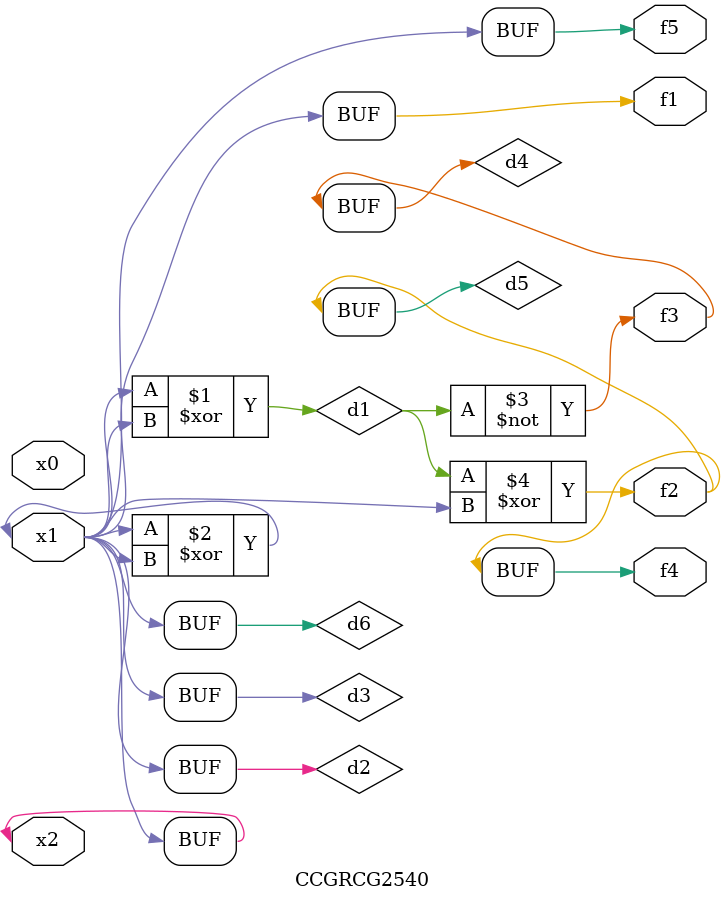
<source format=v>
module CCGRCG2540(
	input x0, x1, x2,
	output f1, f2, f3, f4, f5
);

	wire d1, d2, d3, d4, d5, d6;

	xor (d1, x1, x2);
	buf (d2, x1, x2);
	xor (d3, x1, x2);
	nor (d4, d1);
	xor (d5, d1, d2);
	buf (d6, d2, d3);
	assign f1 = d6;
	assign f2 = d5;
	assign f3 = d4;
	assign f4 = d5;
	assign f5 = d6;
endmodule

</source>
